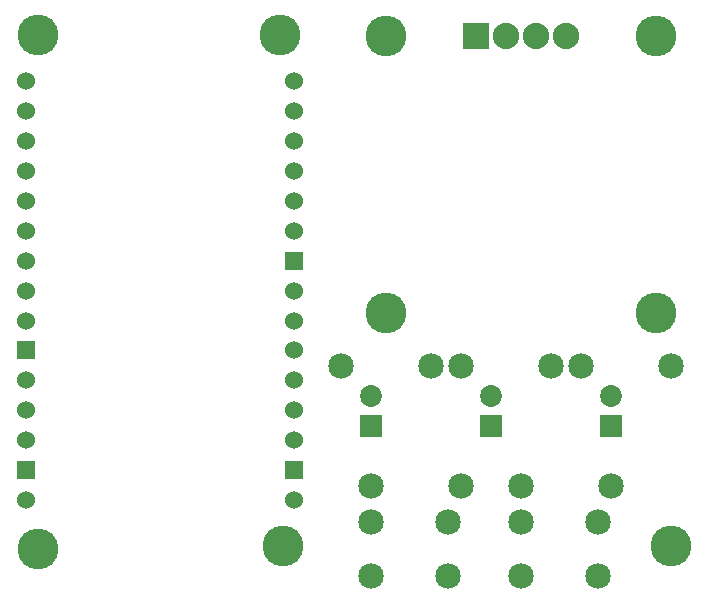
<source format=gts>
G04 MADE WITH FRITZING*
G04 WWW.FRITZING.ORG*
G04 DOUBLE SIDED*
G04 HOLES PLATED*
G04 CONTOUR ON CENTER OF CONTOUR VECTOR*
%ASAXBY*%
%FSLAX23Y23*%
%MOIN*%
%OFA0B0*%
%SFA1.0B1.0*%
%ADD10C,0.085000*%
%ADD11C,0.072992*%
%ADD12C,0.060000*%
%ADD13C,0.088000*%
%ADD14C,0.135984*%
%ADD15R,0.072992X0.072992*%
%ADD16R,0.060014X0.060028*%
%ADD17R,0.060000X0.060028*%
%ADD18R,0.087986X0.087944*%
%LNMASK1*%
G90*
G70*
G54D10*
X2000Y57D03*
X1744Y57D03*
X2000Y235D03*
X1744Y235D03*
X1500Y57D03*
X1244Y57D03*
X1500Y235D03*
X1244Y235D03*
G54D11*
X2044Y557D03*
X2044Y656D03*
X1644Y557D03*
X1644Y656D03*
X1244Y557D03*
X1244Y656D03*
G54D10*
X1744Y357D03*
X2044Y357D03*
X1244Y357D03*
X1544Y357D03*
X1944Y757D03*
X2244Y757D03*
X1544Y757D03*
X1844Y757D03*
X1144Y757D03*
X1444Y757D03*
G54D12*
X94Y311D03*
X94Y410D03*
X94Y510D03*
X94Y610D03*
X94Y709D03*
X94Y809D03*
X94Y908D03*
X94Y1008D03*
X94Y1107D03*
X94Y1207D03*
X94Y1307D03*
X94Y1406D03*
X94Y1506D03*
X94Y1605D03*
X94Y1705D03*
X988Y1705D03*
X988Y1605D03*
X988Y1506D03*
X988Y1406D03*
X988Y1307D03*
X988Y1207D03*
X988Y1107D03*
X988Y1008D03*
X988Y908D03*
X988Y809D03*
X988Y709D03*
X988Y610D03*
X988Y510D03*
X988Y410D03*
X988Y311D03*
G54D13*
X1594Y1857D03*
X1694Y1857D03*
X1794Y1857D03*
X1894Y1857D03*
G54D14*
X133Y1861D03*
X941Y1861D03*
X133Y148D03*
X950Y158D03*
X2244Y157D03*
X2194Y932D03*
X1294Y932D03*
X2194Y1857D03*
X1294Y1857D03*
G54D15*
X2044Y557D03*
X1644Y557D03*
X1244Y557D03*
G54D16*
X94Y410D03*
X94Y809D03*
G54D17*
X988Y1107D03*
X988Y410D03*
G54D18*
X1594Y1857D03*
G04 End of Mask1*
M02*
</source>
